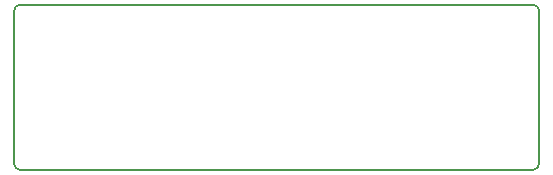
<source format=gbr>
%TF.GenerationSoftware,KiCad,Pcbnew,(6.0.0)*%
%TF.CreationDate,2022-01-14T09:56:19+02:00*%
%TF.ProjectId,uSDX_BPF,75534458-5f42-4504-962e-6b696361645f,rev?*%
%TF.SameCoordinates,Original*%
%TF.FileFunction,Profile,NP*%
%FSLAX46Y46*%
G04 Gerber Fmt 4.6, Leading zero omitted, Abs format (unit mm)*
G04 Created by KiCad (PCBNEW (6.0.0)) date 2022-01-14 09:56:19*
%MOMM*%
%LPD*%
G01*
G04 APERTURE LIST*
%TA.AperFunction,Profile*%
%ADD10C,0.152400*%
%TD*%
%TA.AperFunction,Profile*%
%ADD11C,0.150000*%
%TD*%
G04 APERTURE END LIST*
D10*
X98552000Y-47000000D02*
G75*
G03*
X99063718Y-46482146I-27539J538967D01*
G01*
X99060000Y-33528000D02*
G75*
G03*
X98552000Y-33020000I-508000J0D01*
G01*
X54610000Y-46482000D02*
G75*
G03*
X55117997Y-46999522I504932J-12446D01*
G01*
X55118000Y-33020000D02*
G75*
G03*
X54610000Y-33528000I0J-508000D01*
G01*
D11*
X98552000Y-33020000D02*
X55118000Y-33020000D01*
X99060000Y-46482000D02*
X99060000Y-33528000D01*
X55118000Y-47000000D02*
X98552000Y-47000000D01*
X54610000Y-33528000D02*
X54610000Y-46482000D01*
M02*

</source>
